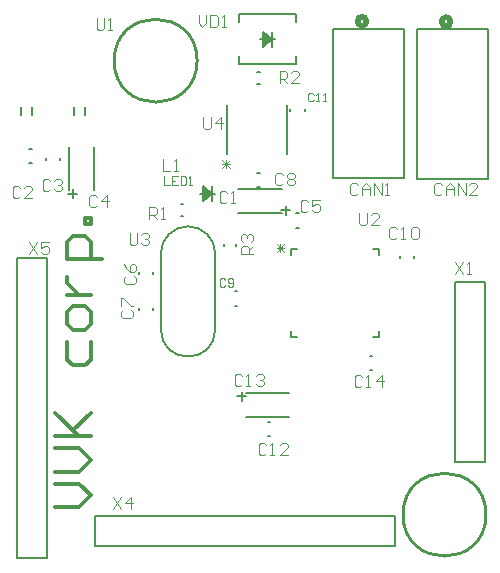
<source format=gto>
G04 Layer_Color=65535*
%FSLAX44Y44*%
%MOMM*%
G71*
G01*
G75*
%ADD26C,0.2000*%
%ADD35C,0.2540*%
%ADD36C,0.1524*%
%ADD37C,0.5080*%
%ADD38C,0.1000*%
%ADD39C,0.3500*%
D26*
X378460Y85090D02*
Y237490D01*
Y85090D02*
X403860D01*
Y237290D01*
X378460Y237490D02*
X403860D01*
X7620Y3810D02*
Y257810D01*
Y3810D02*
X33020D01*
Y257610D01*
X7620Y257810D02*
X33020D01*
X73660Y13970D02*
Y39370D01*
X73860D02*
X327660D01*
Y13970D02*
Y39370D01*
X73660Y13970D02*
X327660D01*
D35*
X160126Y425000D02*
G03*
X160126Y425000I-35127J0D01*
G01*
X404697Y40640D02*
G03*
X404697Y40640I-35127J0D01*
G01*
D36*
X152400Y284734D02*
G03*
X129413Y261747I0J-22987D01*
G01*
Y197485D02*
G03*
X175387Y197485I22987J0D01*
G01*
Y261747D02*
G03*
X152400Y284734I-22987J0D01*
G01*
X194056Y140970D02*
X201676D01*
X197866Y137160D02*
Y144780D01*
X201422Y123063D02*
X237998D01*
X201422Y143637D02*
X237998D01*
X220110Y119126D02*
X221850D01*
X220110Y106934D02*
X221850D01*
X231394Y298450D02*
X239014D01*
X235204Y294640D02*
Y302260D01*
X195072Y316357D02*
X231648D01*
X195072Y295783D02*
X231648D01*
X18180Y350266D02*
X19921D01*
X18180Y338074D02*
X19921D01*
X51943Y315722D02*
Y352298D01*
X72517Y315722D02*
Y352298D01*
X50800Y312166D02*
X58420D01*
X54610Y308356D02*
Y315976D01*
X32004Y340760D02*
Y342500D01*
X44196Y340760D02*
Y342500D01*
X306469Y175006D02*
X308211D01*
X306469Y162814D02*
X308211D01*
X122936Y213759D02*
Y215501D01*
X110744Y213759D02*
Y215501D01*
Y244240D02*
Y245980D01*
X122936Y244240D02*
Y245980D01*
X165100Y306070D02*
Y318770D01*
Y313690D02*
X172720Y312420D01*
X165100Y314960D02*
X172720Y312420D01*
X165100Y316230D02*
X172720Y312420D01*
X165100Y317500D02*
X172720Y312420D01*
X165100Y318770D02*
X172720Y312420D01*
X165100Y311150D02*
X172720Y312420D01*
X165100Y309880D02*
X172720Y312420D01*
X165100Y308610D02*
X172720Y312420D01*
X165100Y307340D02*
X172720Y312420D01*
X165100Y306070D02*
X172720Y312420D01*
Y306070D02*
Y318770D01*
X162560Y312420D02*
X175260D01*
X146396Y303720D02*
X148244D01*
X146396Y293180D02*
X148244D01*
X314198Y260824D02*
Y265938D01*
X309084Y191262D02*
X314198D01*
X239522D02*
Y196376D01*
Y260824D02*
Y265938D01*
X309084D02*
X314198D01*
Y191262D02*
Y196376D01*
X239522Y191262D02*
X244636D01*
X239522Y265938D02*
X244636D01*
X193230Y268316D02*
Y270165D01*
X182690Y268316D02*
Y270165D01*
X251206Y382669D02*
Y384411D01*
X239014Y382669D02*
Y384411D01*
X236601Y346202D02*
Y387858D01*
X185039Y346202D02*
Y387858D01*
X211166Y404940D02*
X213015D01*
X211166Y415480D02*
X213015D01*
X243967Y457860D02*
Y464312D01*
Y422148D02*
Y428600D01*
X195453Y422148D02*
X243967D01*
X195453Y457860D02*
Y464312D01*
X243967D01*
X215646Y436880D02*
Y449580D01*
Y444500D02*
X223266Y443230D01*
X215646Y445770D02*
X223266Y443230D01*
X215646Y447040D02*
X223266Y443230D01*
X215646Y448310D02*
X223266Y443230D01*
X215646Y449580D02*
X223266Y443230D01*
X215646Y441960D02*
X223266Y443230D01*
X215646Y440690D02*
X223266Y443230D01*
X215646Y439420D02*
X223266Y443230D01*
X215646Y438150D02*
X223266Y443230D01*
X215646Y436880D02*
X223266Y443230D01*
Y436880D02*
Y449580D01*
X213106Y443230D02*
X225806D01*
X195453Y422148D02*
Y428600D01*
X129413Y197485D02*
Y261747D01*
X175387Y197485D02*
Y261747D01*
X244240Y283464D02*
X245980D01*
X244240Y295656D02*
X245980D01*
X211220Y317754D02*
X212960D01*
X211220Y329946D02*
X212960D01*
X275046Y325573D02*
Y452065D01*
Y325573D02*
X334990D01*
Y452065D01*
X275046D02*
X334990D01*
X346166Y325175D02*
Y451667D01*
Y325175D02*
X406110D01*
Y451667D01*
X346166D02*
X406110D01*
X11155Y378968D02*
Y386055D01*
X56155Y378968D02*
Y386055D01*
X20045Y378968D02*
Y386055D01*
X65045Y378968D02*
Y386055D01*
X343916Y258209D02*
Y259951D01*
X331724Y258209D02*
Y259951D01*
X192169Y217424D02*
X193911D01*
X192169Y229616D02*
X193911D01*
D37*
X303530Y458415D02*
G03*
X303530Y458415I-3810J0D01*
G01*
X374650Y458017D02*
G03*
X374650Y458017I-3810J0D01*
G01*
D38*
X185735Y313131D02*
X184068Y314797D01*
X180736D01*
X179070Y313131D01*
Y306466D01*
X180736Y304800D01*
X184068D01*
X185735Y306466D01*
X189067Y304800D02*
X192399D01*
X190733D01*
Y314797D01*
X189067Y313131D01*
X10474Y316941D02*
X8808Y318607D01*
X5476D01*
X3810Y316941D01*
Y310276D01*
X5476Y308610D01*
X8808D01*
X10474Y310276D01*
X20471Y308610D02*
X13807D01*
X20471Y315275D01*
Y316941D01*
X18805Y318607D01*
X15473D01*
X13807Y316941D01*
X35875Y323291D02*
X34208Y324957D01*
X30876D01*
X29210Y323291D01*
Y316626D01*
X30876Y314960D01*
X34208D01*
X35875Y316626D01*
X39207Y323291D02*
X40873Y324957D01*
X44205D01*
X45871Y323291D01*
Y321624D01*
X44205Y319958D01*
X42539D01*
X44205D01*
X45871Y318292D01*
Y316626D01*
X44205Y314960D01*
X40873D01*
X39207Y316626D01*
X75244Y309321D02*
X73578Y310987D01*
X70246D01*
X68580Y309321D01*
Y302656D01*
X70246Y300990D01*
X73578D01*
X75244Y302656D01*
X83575Y300990D02*
Y310987D01*
X78577Y305988D01*
X85241D01*
X254314Y305511D02*
X252648Y307177D01*
X249316D01*
X247650Y305511D01*
Y298846D01*
X249316Y297180D01*
X252648D01*
X254314Y298846D01*
X264311Y307177D02*
X257647D01*
Y302178D01*
X260979Y303845D01*
X262645D01*
X264311Y302178D01*
Y298846D01*
X262645Y297180D01*
X259313D01*
X257647Y298846D01*
X99619Y242885D02*
X97953Y241218D01*
Y237886D01*
X99619Y236220D01*
X106284D01*
X107950Y237886D01*
Y241218D01*
X106284Y242885D01*
X97953Y252881D02*
X99619Y249549D01*
X102952Y246217D01*
X106284D01*
X107950Y247883D01*
Y251215D01*
X106284Y252881D01*
X104618D01*
X102952Y251215D01*
Y246217D01*
X97079Y213675D02*
X95413Y212008D01*
Y208676D01*
X97079Y207010D01*
X103744D01*
X105410Y208676D01*
Y212008D01*
X103744Y213675D01*
X95413Y217007D02*
Y223671D01*
X97079D01*
X103744Y217007D01*
X105410D01*
X232724Y328371D02*
X231058Y330037D01*
X227726D01*
X226060Y328371D01*
Y321706D01*
X227726Y320040D01*
X231058D01*
X232724Y321706D01*
X236057Y328371D02*
X237723Y330037D01*
X241055D01*
X242721Y328371D01*
Y326704D01*
X241055Y325038D01*
X242721Y323372D01*
Y321706D01*
X241055Y320040D01*
X237723D01*
X236057Y321706D01*
Y323372D01*
X237723Y325038D01*
X236057Y326704D01*
Y328371D01*
X237723Y325038D02*
X241055D01*
X183735Y239512D02*
X182569Y240678D01*
X180236D01*
X179070Y239512D01*
Y234846D01*
X180236Y233680D01*
X182569D01*
X183735Y234846D01*
X186068D02*
X187234Y233680D01*
X189567D01*
X190733Y234846D01*
Y239512D01*
X189567Y240678D01*
X187234D01*
X186068Y239512D01*
Y238345D01*
X187234Y237179D01*
X190733D01*
X329244Y282651D02*
X327578Y284317D01*
X324246D01*
X322580Y282651D01*
Y275986D01*
X324246Y274320D01*
X327578D01*
X329244Y275986D01*
X332577Y274320D02*
X335909D01*
X334243D01*
Y284317D01*
X332577Y282651D01*
X340907D02*
X342574Y284317D01*
X345906D01*
X347572Y282651D01*
Y275986D01*
X345906Y274320D01*
X342574D01*
X340907Y275986D01*
Y282651D01*
X258665Y396357D02*
X257499Y397523D01*
X255166D01*
X254000Y396357D01*
Y391691D01*
X255166Y390525D01*
X257499D01*
X258665Y391691D01*
X260998Y390525D02*
X263330D01*
X262164D01*
Y397523D01*
X260998Y396357D01*
X266829Y390525D02*
X269162D01*
X267995D01*
Y397523D01*
X266829Y396357D01*
X218755Y99771D02*
X217088Y101437D01*
X213756D01*
X212090Y99771D01*
Y93106D01*
X213756Y91440D01*
X217088D01*
X218755Y93106D01*
X222087Y91440D02*
X225419D01*
X223753D01*
Y101437D01*
X222087Y99771D01*
X237082Y91440D02*
X230417D01*
X237082Y98104D01*
Y99771D01*
X235416Y101437D01*
X232084D01*
X230417Y99771D01*
X198435Y158191D02*
X196768Y159857D01*
X193436D01*
X191770Y158191D01*
Y151526D01*
X193436Y149860D01*
X196768D01*
X198435Y151526D01*
X201767Y149860D02*
X205099D01*
X203433D01*
Y159857D01*
X201767Y158191D01*
X210097D02*
X211764Y159857D01*
X215096D01*
X216762Y158191D01*
Y156524D01*
X215096Y154858D01*
X213430D01*
X215096D01*
X216762Y153192D01*
Y151526D01*
X215096Y149860D01*
X211764D01*
X210097Y151526D01*
X300035Y156921D02*
X298368Y158587D01*
X295036D01*
X293370Y156921D01*
Y150256D01*
X295036Y148590D01*
X298368D01*
X300035Y150256D01*
X303367Y148590D02*
X306699D01*
X305033D01*
Y158587D01*
X303367Y156921D01*
X316696Y148590D02*
Y158587D01*
X311697Y153588D01*
X318362D01*
X130810Y341467D02*
Y331470D01*
X137474D01*
X140807D02*
X144139D01*
X142473D01*
Y341467D01*
X140807Y339801D01*
X132080Y327038D02*
Y320040D01*
X136745D01*
X143743Y327038D02*
X139078D01*
Y320040D01*
X143743D01*
X139078Y323539D02*
X141410D01*
X146075Y327038D02*
Y320040D01*
X149574D01*
X150741Y321206D01*
Y325872D01*
X149574Y327038D01*
X146075D01*
X153073Y320040D02*
X155406D01*
X154240D01*
Y327038D01*
X153073Y325872D01*
X119380Y290830D02*
Y300827D01*
X124378D01*
X126045Y299161D01*
Y295828D01*
X124378Y294162D01*
X119380D01*
X122712D02*
X126045Y290830D01*
X129377D02*
X132709D01*
X131043D01*
Y300827D01*
X129377Y299161D01*
X229870Y406400D02*
Y416397D01*
X234868D01*
X236535Y414731D01*
Y411398D01*
X234868Y409732D01*
X229870D01*
X233202D02*
X236535Y406400D01*
X246531D02*
X239867D01*
X246531Y413064D01*
Y414731D01*
X244865Y416397D01*
X241533D01*
X239867Y414731D01*
X207010Y261620D02*
X197013D01*
Y266618D01*
X198679Y268284D01*
X202012D01*
X203678Y266618D01*
Y261620D01*
Y264952D02*
X207010Y268284D01*
X198679Y271617D02*
X197013Y273283D01*
Y276615D01*
X198679Y278281D01*
X200345D01*
X202012Y276615D01*
Y274949D01*
Y276615D01*
X203678Y278281D01*
X205344D01*
X207010Y276615D01*
Y273283D01*
X205344Y271617D01*
X74930Y460847D02*
Y452516D01*
X76596Y450850D01*
X79928D01*
X81594Y452516D01*
Y460847D01*
X84927Y450850D02*
X88259D01*
X86593D01*
Y460847D01*
X84927Y459181D01*
X297180Y295747D02*
Y287416D01*
X298846Y285750D01*
X302178D01*
X303845Y287416D01*
Y295747D01*
X313841Y285750D02*
X307177D01*
X313841Y292414D01*
Y294081D01*
X312175Y295747D01*
X308843D01*
X307177Y294081D01*
X102870Y279237D02*
Y270906D01*
X104536Y269240D01*
X107868D01*
X109535Y270906D01*
Y279237D01*
X112867Y277571D02*
X114533Y279237D01*
X117865D01*
X119531Y277571D01*
Y275905D01*
X117865Y274238D01*
X116199D01*
X117865D01*
X119531Y272572D01*
Y270906D01*
X117865Y269240D01*
X114533D01*
X112867Y270906D01*
X165100Y377027D02*
Y368696D01*
X166766Y367030D01*
X170098D01*
X171765Y368696D01*
Y377027D01*
X180095Y367030D02*
Y377027D01*
X175097Y372028D01*
X181761D01*
X161290Y463387D02*
Y456722D01*
X164622Y453390D01*
X167955Y456722D01*
Y463387D01*
X171287D02*
Y453390D01*
X176285D01*
X177951Y455056D01*
Y461721D01*
X176285Y463387D01*
X171287D01*
X181284Y453390D02*
X184616D01*
X182950D01*
Y463387D01*
X181284Y461721D01*
X367345Y319481D02*
X365678Y321147D01*
X362346D01*
X360680Y319481D01*
Y312816D01*
X362346Y311150D01*
X365678D01*
X367345Y312816D01*
X370677Y311150D02*
Y317815D01*
X374009Y321147D01*
X377341Y317815D01*
Y311150D01*
Y316148D01*
X370677D01*
X380674Y311150D02*
Y321147D01*
X387338Y311150D01*
Y321147D01*
X397335Y311150D02*
X390670D01*
X397335Y317815D01*
Y319481D01*
X395669Y321147D01*
X392337D01*
X390670Y319481D01*
X296224D02*
X294558Y321147D01*
X291226D01*
X289560Y319481D01*
Y312816D01*
X291226Y311150D01*
X294558D01*
X296224Y312816D01*
X299557Y311150D02*
Y317815D01*
X302889Y321147D01*
X306221Y317815D01*
Y311150D01*
Y316148D01*
X299557D01*
X309554Y311150D02*
Y321147D01*
X316218Y311150D01*
Y321147D01*
X319550Y311150D02*
X322883D01*
X321217D01*
Y321147D01*
X319550Y319481D01*
X17780Y271617D02*
X24444Y261620D01*
Y271617D02*
X17780Y261620D01*
X34441Y271617D02*
X27777D01*
Y266618D01*
X31109Y268284D01*
X32775D01*
X34441Y266618D01*
Y263286D01*
X32775Y261620D01*
X29443D01*
X27777Y263286D01*
X378460Y254599D02*
X385125Y244602D01*
Y254599D02*
X378460Y244602D01*
X388457D02*
X391789D01*
X390123D01*
Y254599D01*
X388457Y252933D01*
X88900Y55717D02*
X95564Y45720D01*
Y55717D02*
X88900Y45720D01*
X103895D02*
Y55717D01*
X98897Y50718D01*
X105561D01*
X227330Y269951D02*
X233995Y263286D01*
X227330D02*
X233995Y269951D01*
X227330Y266618D02*
X233995D01*
X230662Y263286D02*
Y269951D01*
X180899Y334010D02*
X187564Y340675D01*
Y334010D02*
X180899Y340675D01*
X184232Y334010D02*
Y340675D01*
X187564Y337342D02*
X180899D01*
D39*
X39860Y46990D02*
X59853D01*
X69850Y56987D01*
X59853Y66983D01*
X39860D01*
Y76980D02*
X59853D01*
X69850Y86977D01*
X59853Y96974D01*
X39860D01*
Y106971D02*
X69850D01*
X59853D01*
X39860Y126964D01*
X54855Y111969D01*
X69850Y126964D01*
X49857Y186945D02*
Y171950D01*
X54855Y166951D01*
X64852D01*
X69850Y171950D01*
Y186945D01*
Y201940D02*
Y211937D01*
X64852Y216935D01*
X54855D01*
X49857Y211937D01*
Y201940D01*
X54855Y196941D01*
X64852D01*
X69850Y201940D01*
X49857Y226932D02*
X69850D01*
X59853D01*
X54855Y231930D01*
X49857Y236929D01*
Y241927D01*
X79847Y256922D02*
X49857D01*
Y271917D01*
X54855Y276915D01*
X64852D01*
X69850Y271917D01*
Y256922D01*
Y286912D02*
X64852D01*
Y291911D01*
X69850D01*
Y286912D01*
M02*

</source>
